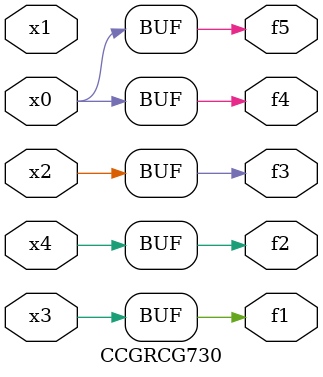
<source format=v>
module CCGRCG730(
	input x0, x1, x2, x3, x4,
	output f1, f2, f3, f4, f5
);
	assign f1 = x3;
	assign f2 = x4;
	assign f3 = x2;
	assign f4 = x0;
	assign f5 = x0;
endmodule

</source>
